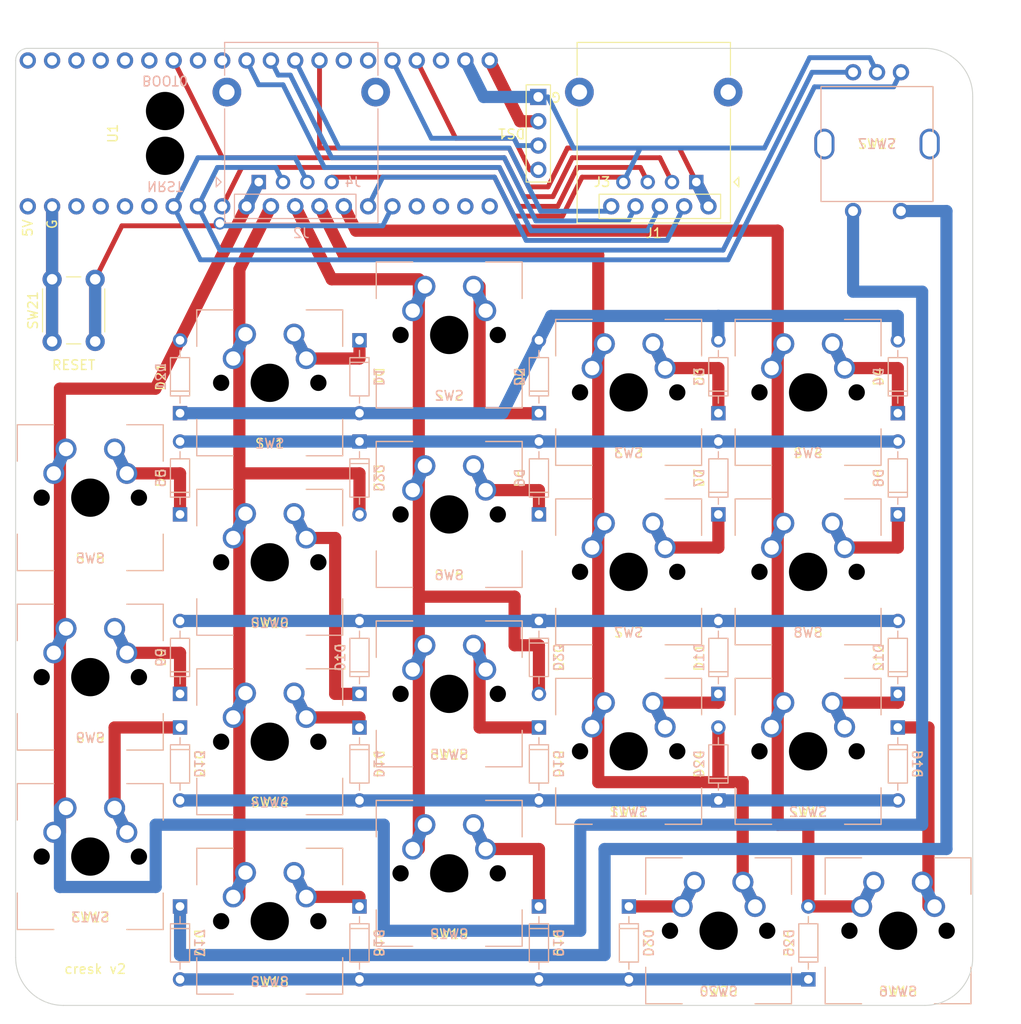
<source format=kicad_pcb>
(kicad_pcb (version 20211014) (generator pcbnew)
  (layers (0 "F.Cu" signal) (31 "B.Cu" signal) (34 "B.Paste" user) (35 "F.Paste" user) (36 "B.SilkS" user "B.Silkscreen") (37 "F.SilkS" user "F.Silkscreen") (38 "B.Mask" user) (39 "F.Mask" user) (44 "Edge.Cuts" user))
  (net 0 "")
  (net 1 "row0")
  (net 2 "row1")
  (net 3 "row2")
  (net 4 "row3")
  (net 5 "col3")
  (net 6 "col2")
  (net 7 "col1")
  (net 8 "col0")
  (net 9 "row4")
  (net 10 "GND")
  (net 13 "Net-(D1-Pad1)")
  (net 14 "VCC")
  (net 15 "SCL")
  (net 16 "SDA")
  (net 25 "Net-(D2-Pad1)")
  (net 26 "Net-(D3-Pad1)")
  (net 27 "Net-(D4-Pad1)")
  (net 28 "Net-(D6-Pad1)")
  (net 29 "Net-(D7-Pad1)")
  (net 30 "Net-(D8-Pad1)")
  (net 31 "Net-(D9-Pad1)")
  (net 32 "Net-(D10-Pad1)")
  (net 33 "Net-(D11-Pad1)")
  (net 34 "Net-(D12-Pad1)")
  (net 35 "Net-(D13-Pad1)")
  (net 36 "Net-(D14-Pad1)")
  (net 37 "Net-(D15-Pad1)")
  (net 38 "Net-(D16-Pad1)")
  (net 39 "Net-(D18-Pad1)")
  (net 40 "Net-(D20-Pad1)")
  (net 41 "col4")
  (net 42 "col5")
  (net 43 "col6")
  (net 44 "col7")
  (net 45 "col8")
  (net 46 "col9")
  (net 48 "Net-(D5-Pad1)")
  (net 50 "p1")
  (net 51 "b2")
  (net 52 "a2")
  (net 53 "a1")
  (net 54 "b1")
  (net 57 "Net-(D19-Pad1)")
  (net 58 "Net-(SW21-Pad2)")
  (footprint "cresk:D_DO-35" (layer "F.Cu") (at 121.625 118.88 90)
    (fp_text reference "D24")
    (fp_text value "1N4148")
  )
  (footprint "cresk:SW_MX_1u_Reversible" (layer "F.Cu") (at 93.5 107.75)
    (fp_text reference "SW15")
    (fp_text value "SW_Push")
  )
  (footprint "cresk:D_DO-35" (layer "F.Cu") (at 102.875 129.96 -90)
    (fp_text reference "D19")
    (fp_text value "1N4148")
  )
  (footprint "cresk:D_DO-35" (layer "F.Cu") (at 121.625 78.425 90)
    (fp_text reference "D3")
    (fp_text value "1N4148")
  )
  (footprint "cresk:D_DO-35" (layer "F.Cu") (at 84.125 81.38 -90)
    (fp_text reference "D22")
    (fp_text value "1N4148")
  )
  (footprint "cresk:SW_MX_1u_Reversible" (layer "F.Cu") (at 74.75 131.5)
    (fp_text reference "SW18")
    (fp_text value "SW_Push")
  )
  (footprint "cresk:SW_MX_1u_Reversible" (layer "F.Cu") (at 140.4 132.5)
    (fp_text reference "SW16")
    (fp_text value "SW_Push")
  )
  (footprint "cresk:D_DO-35" (layer "F.Cu") (at 84.125 129.96 -90)
    (fp_text reference "D18")
    (fp_text value "1N4148")
  )
  (footprint "cresk:SW_MX_1u_Reversible" (layer "F.Cu") (at 131 95)
    (fp_text reference "SW8")
    (fp_text value "SW_Push")
  )
  (footprint "cresk:WeAct_BlackPill_Flipped" (layer "F.Cu") (at 49.47 56.81 90)
    (fp_text reference "U1")
    (fp_text value "WeAct_BlackPill")
  )
  (footprint "cresk:D_DO-35" (layer "F.Cu") (at 65.375 111.26 -90)
    (fp_text reference "D13")
    (fp_text value "1N4148")
  )
  (footprint "cresk:D_DO-35" (layer "F.Cu") (at 84.125 70.805 -90)
    (fp_text reference "D1")
    (fp_text value "1N4148")
  )
  (footprint "cresk:SW_MX_1u_Reversible" (layer "F.Cu") (at 93.5 70.25)
    (fp_text reference "SW2")
    (fp_text value "SW_Push")
  )
  (footprint "cresk:SW_MX_1u_Reversible" (layer "F.Cu") (at 112.25 76.25)
    (fp_text reference "SW3")
    (fp_text value "SW_Push")
  )
  (footprint "cresk:EC11" (layer "F.Cu") (at 138.2 50.3 180)
    (fp_text reference "SW17")
    (fp_text value "EC11")
  )
  (footprint "cresk:SW_MX_1u_Reversible" (layer "F.Cu") (at 112.25 113.75)
    (fp_text reference "SW11")
    (fp_text value "SW_Push")
  )
  (footprint "cresk:D_DO-35" (layer "F.Cu") (at 65.375 129.96 -90)
    (fp_text reference "D17")
    (fp_text value "1N4148")
  )
  (footprint "cresk:SW_MX_1u_Reversible" (layer "F.Cu") (at 131 113.75)
    (fp_text reference "SW12")
    (fp_text value "SW_Push")
  )
  (footprint "cresk:D_DO-35" (layer "F.Cu") (at 65.375 89 90)
    (fp_text reference "D5")
    (fp_text value "1N4148")
  )
  (footprint "cresk:D_DO-35" (layer "F.Cu") (at 121.625 107.75 90)
    (fp_text reference "D11")
    (fp_text value "1N4148")
  )
  (footprint "cresk:D_DO-35" (layer "F.Cu") (at 102.875 89 90)
    (fp_text reference "D6")
    (fp_text value "1N4148")
  )
  (footprint "cresk:D_DO-35" (layer "F.Cu") (at 102.875 111.26 -90)
    (fp_text reference "D15")
    (fp_text value "1N4148")
  )
  (footprint "cresk:D_DO-35" (layer "F.Cu") (at 140.375 111.26 -90)
    (fp_text reference "D16")
    (fp_text value "1N4148")
  )
  (footprint "cresk:SSD1306_I2C" (layer "F.Cu") (at 102.81 45.38 180)
    (fp_text reference "DS1")
    (fp_text value "SSD1306_I2C")
  )
  (footprint "cresk:SW_MX_1u_Reversible" (layer "F.Cu") (at 56 124.75)
    (fp_text reference "SW13")
    (fp_text value "SW_Push")
  )
  (footprint "cresk:J-01x05" (layer "F.Cu") (at 120.59 56.81 180)
    (fp_text reference "J3")
    (fp_text value "Conn_01x05_Male")
  )
  (footprint "cresk:D_DO-35" (layer "F.Cu") (at 84.125 111.26 -90)
    (fp_text reference "D14")
    (fp_text value "1N4148")
  )
  (footprint "cresk:D_DO-35" (layer "F.Cu") (at 140.375 78.425 90)
    (fp_text reference "D4")
    (fp_text value "1N4148")
  )
  (footprint "cresk:D_DO-35" (layer "F.Cu") (at 65.375 107.75 90)
    (fp_text reference "D9")
    (fp_text value "1N4148")
  )
  (footprint "cresk:SW_MX_1u_Reversible" (layer "F.Cu") (at 56 106)
    (fp_text reference "SW9")
    (fp_text value "SW_Push")
  )
  (footprint "cresk:SW_MX_1u_Reversible" (layer "F.Cu") (at 93.5 126.5)
    (fp_text reference "SW19")
    (fp_text value "SW_Push")
  )
  (footprint "cresk:SW_MX_1u_Reversible" (layer "F.Cu") (at 74.75 94)
    (fp_text reference "SW10")
    (fp_text value "SW_Push")
  )
  (footprint "cresk:D_DO-35" (layer "F.Cu") (at 140.375 89 90)
    (fp_text reference "D8")
    (fp_text value "1N4148")
  )
  (footprint "Connector_RJ:RJ45_Ninigi_GE" (layer "F.Cu") (at 119.32 54.27 180)
    (fp_text reference "J1")
    (fp_text value "8P8C")
  )
  (footprint "cresk:D_DO-35" (layer "F.Cu") (at 131.025 137.58 90)
    (fp_text reference "D25")
    (fp_text value "1N4148")
  )
  (footprint "cresk:D_DO-35" (layer "F.Cu") (at 112.275 129.96 -90)
    (fp_text reference "D20")
    (fp_text value "1N4148")
  )
  (footprint "cresk:SW_MX_1u_Reversible" (layer "F.Cu") (at 112.25 95)
    (fp_text reference "SW7")
    (fp_text value "SW_Push")
  )
  (footprint "cresk:D_DO-35" (layer "F.Cu") (at 102.875 100.13 -90)
    (fp_text reference "D23")
    (fp_text value "1N4148")
  )
  (footprint "cresk:D_DO-35" (layer "F.Cu") (at 84.125 107.75 90)
    (fp_text reference "D10")
    (fp_text value "1N4148")
  )
  (footprint "cresk:D_DO-35" (layer "F.Cu") (at 121.625 89 90)
    (fp_text reference "D7")
    (fp_text value "1N4148")
  )
  (footprint "cresk:D_DO-35" (layer "F.Cu") (at 65.375 78.425 90)
    (fp_text reference "D21")
    (fp_text value "1N4148")
  )
  (footprint "cresk:SW_MX_1u_Reversible" (layer "F.Cu") (at 93.5 89)
    (fp_text reference "SW6")
    (fp_text value "SW_Push")
  )
  (footprint "cresk:SW_MX_1u_Reversible" (layer "F.Cu") (at 74.75 75.25)
    (fp_text reference "SW1")
    (fp_text value "SW_Push")
  )
  (footprint "cresk:SW_MX_1u_Reversible" (layer "F.Cu") (at 131 76.25)
    (fp_text reference "SW4")
    (fp_text value "SW_Push")
  )
  (footprint "cresk:SW_MX_1u_Reversible" (layer "F.Cu") (at 56 87.25)
    (fp_text reference "SW5")
    (fp_text value "SW_Push")
  )
  (footprint "Button_Switch_THT:SW_PUSH_6mm" (layer "F.Cu") (at 52.01 70.93 90)
    (fp_text reference "SW21")
    (fp_text value "SW_Push")
  )
  (footprint "cresk:SW_MX_1u_Reversible" (layer "F.Cu") (at 121.65 132.5)
    (fp_text reference "SW20")
    (fp_text value "SW_Push")
  )
  (footprint "cresk:D_DO-35" (layer "F.Cu") (at 102.875 78.425 90)
    (fp_text reference "D2")
    (fp_text value "1N4148")
  )
  (footprint "cresk:SW_MX_1u_Reversible" (layer "F.Cu") (at 74.75 112.75)
    (fp_text reference "SW14")
    (fp_text value "SW_Push")
  )
  (footprint "cresk:D_DO-35" (layer "F.Cu") (at 140.375 107.75 90)
    (fp_text reference "D12")
    (fp_text value "1N4148")
  )
  (footprint "Connector_RJ:RJ45_Ninigi_GE" (layer "B.Cu") (at 73.6 54.27)
    (fp_text reference "J2")
    (fp_text value "8P8C")
  )
  (footprint "cresk:J-01x05" (layer "B.Cu") (at 72.33 56.81)
    (fp_text reference "J4")
    (fp_text value "Conn_01x05_Male")
  )
  (gr_line (start 48.2 135.3) (end 48.2 41.57) (layer "Edge.Cuts") (width 0.1))
  (gr_arc (start 143.2 40.3) (mid 146.735534 41.764466) (end 148.2 45.3) (layer "Edge.Cuts") (width 0.1))
  (gr_line (start 49.47 40.3) (end 143.2 40.3) (layer "Edge.Cuts") (width 0.1))
  (gr_arc (start 148.2 135.3) (mid 146.735534 138.835534) (end 143.2 140.3) (layer "Edge.Cuts") (width 0.1))
  (gr_arc (start 48.2 41.57) (mid 48.571974 40.671974) (end 49.47 40.3) (layer "Edge.Cuts") (width 0.1))
  (gr_arc (start 53.2 140.3) (mid 49.664466 138.835534) (end 48.2 135.3) (layer "Edge.Cuts") (width 0.1))
  (gr_line (start 148.2 45.3) (end 148.2 135.3) (layer "Edge.Cuts") (width 0.1))
  (gr_line (start 143.2 140.3) (end 53.2 140.3) (layer "Edge.Cuts") (width 0.1))
  (gr_text "RESET" (at 54.26 73.395) (layer "F.SilkS") (effects (font (size 1 1))))
  (gr_text "cresk v2\n " (at 53.2 137.3) (layer "F.SilkS") (effects (font (size 1 1)) (justify left)))
  (segment (start 140.375 70.805) (end 140.375 68.265) (width 1.27) (layer "B.Cu") (net 1))
  (segment (start 121.625 68.265) (end 140.375 68.265) (width 1.27) (layer "B.Cu") (net 1))
  (segment (start 104.145 68.265) (end 121.625 68.265) (width 1.27) (layer "B.Cu") (net 1))
  (segment (start 99.065 78.425) (end 84.125 78.425) (width 1.27) (layer "B.Cu") (net 1))
  (segment (start 65.375 78.425) (end 84.125 78.425) (width 1.27) (layer "B.Cu") (net 1))
  (segment (start 99.065 78.425) (end 104.145 68.265) (width 1.27) (layer "B.Cu") (net 1))
  (segment (start 121.625 70.805) (end 121.625 68.265) (width 1.27) (layer "B.Cu") (net 1))
  (segment (start 65.375 81.38) (end 140.375 81.38) (width 1.27) (layer "B.Cu") (net 2))
  (segment (start 65.375 100.13) (end 140.375 100.13) (width 1.27) (layer "B.Cu") (net 3))
  (segment (start 140.375 118.88) (end 65.375 118.88) (width 1.27) (layer "B.Cu") (net 4))
  (segment (start 79.95 56.81) (end 82.49 61.89) (width 1.27) (layer "F.Cu") (net 5))
  (segment (start 124.165 116.975) (end 124.165 127.42) (width 1.27) (layer "F.Cu") (net 5))
  (segment (start 121.625 116.975) (end 121.625 111.26) (width 1.27) (layer "F.Cu") (net 5))
  (segment (start 121.625 116.975) (end 124.165 116.975) (width 1.27) (layer "F.Cu") (net 5))
  (segment (start 109.075 61.89) (end 109.075 116.975) (width 1.27) (layer "F.Cu") (net 5))
  (segment (start 124.19 127.42) (end 125.46 129.96) (width 1.27) (layer "F.Cu") (net 5))
  (segment (start 82.49 61.89) (end 109.075 61.89) (width 1.27) (layer "F.Cu") (net 5))
  (segment (start 109.075 116.975) (end 121.625 116.975) (width 1.27) (layer "F.Cu") (net 5))
  (segment (start 108.44 92.46) (end 109.71 89.92) (width 1.27) (layer "B.Cu") (net 5))
  (segment (start 108.44 73.71) (end 109.71 71.17) (width 1.27) (layer "B.Cu") (net 5))
  (segment (start 108.44 111.21) (end 109.71 108.67) (width 1.27) (layer "B.Cu") (net 5))
  (segment (start 124.19 127.42) (end 125.46 129.96) (width 1.27) (layer "B.Cu") (net 5))
  (segment (start 102.875 102.67) (end 100.335 102.67) (width 1.27) (layer "F.Cu") (net 6))
  (segment (start 81.22 64.43) (end 77.41 56.81) (width 1.27) (layer "F.Cu") (net 6))
  (segment (start 100.335 102.67) (end 100.335 97.59) (width 1.27) (layer "F.Cu") (net 6))
  (segment (start 100.335 97.59) (end 90.325 97.59) (width 1.27) (layer "F.Cu") (net 6))
  (segment (start 102.875 107.75) (end 102.875 102.67) (width 1.27) (layer "F.Cu") (net 6))
  (segment (start 90.325 123.96) (end 90.325 64.43) (width 1.27) (layer "F.Cu") (net 6))
  (segment (start 90.325 64.43) (end 81.22 64.43) (width 1.27) (layer "F.Cu") (net 6))
  (segment (start 89.69 67.71) (end 90.96 65.17) (width 1.27) (layer "B.Cu") (net 6))
  (segment (start 89.69 105.21) (end 90.96 102.67) (width 1.27) (layer "B.Cu") (net 6))
  (segment (start 89.69 86.46) (end 90.96 83.92) (width 1.27) (layer "B.Cu") (net 6))
  (segment (start 90.96 121.42) (end 89.69 123.96) (width 1.27) (layer "B.Cu") (net 6))
  (segment (start 71.575 63.4) (end 74.87 56.81) (width 1.27) (layer "F.Cu") (net 7))
  (segment (start 71.575 128.96) (end 71.575 63.4) (width 1.27) (layer "F.Cu") (net 7))
  (segment (start 84.125 84.71) (end 71.575 84.71) (width 1.27) (layer "F.Cu") (net 7))
  (segment (start 84.125 89) (end 84.125 84.71) (width 1.27) (layer "F.Cu") (net 7))
  (segment (start 70.94 72.71) (end 72.21 70.17) (width 1.27) (layer "B.Cu") (net 7))
  (segment (start 70.94 91.46) (end 72.21 88.92) (width 1.27) (layer "B.Cu") (net 7))
  (segment (start 72.21 126.42) (end 70.94 128.96) (width 1.27) (layer "B.Cu") (net 7))
  (segment (start 70.94 110.21) (end 72.21 107.67) (width 1.27) (layer "B.Cu") (net 7))
  (segment (start 52.825 75.86) (end 62.805 75.86) (width 1.27) (layer "F.Cu") (net 8))
  (segment (start 52.825 122.21) (end 52.825 75.86) (width 1.27) (layer "F.Cu") (net 8))
  (segment (start 62.805 75.86) (end 73.6 54.27) (width 1.27) (layer "F.Cu") (net 8))
  (segment (start 135.7 65.725) (end 142.915 65.725) (width 1.27) (layer "B.Cu") (net 8))
  (segment (start 107.195 121.42) (end 107.195 132.5) (width 1.27) (layer "B.Cu") (net 8))
  (segment (start 107.195 132.5) (end 86.665 132.5) (width 1.27) (layer "B.Cu") (net 8))
  (segment (start 86.665 132.5) (end 86.665 121.42) (width 1.27) (layer "B.Cu") (net 8))
  (segment (start 62.835 127.925) (end 52.825 127.925) (width 1.27) (layer "B.Cu") (net 8))
  (segment (start 52.19 84.71) (end 53.46 82.17) (width 1.27) (layer "B.Cu") (net 8))
  (segment (start 86.665 121.42) (end 62.835 121.42) (width 1.27) (layer "B.Cu") (net 8))
  (segment (start 52.19 103.46) (end 53.46 100.92) (width 1.27) (layer "B.Cu") (net 8))
  (segment (start 142.915 65.725) (end 142.915 121.42) (width 1.27) (layer "B.Cu") (net 8))
  (segment (start 73.6 54.27) (end 72.33 56.81) (width 1.27) (layer "B.Cu") (net 8))
  (segment (start 52.825 127.925) (end 52.825 119.67) (width 1.27) (layer "B.Cu") (net 8))
  (segment (start 142.915 121.42) (end 107.195 121.42) (width 1.27) (layer "B.Cu") (net 8))
  (segment (start 62.835 121.42) (end 62.835 127.925) (width 1.27) (layer "B.Cu") (net 8))
  (segment (start 135.7 57.3) (end 135.7 65.725) (width 1.27) (layer "B.Cu") (net 8))
  (segment (start 131.025 137.58) (end 65.375 137.58) (width 1.27) (layer "B.Cu") (net 9))
  (segment (start 52.01 64.43) (end 52.01 70.93) (width 1.27) (layer "F.Cu") (net 10))
  (segment (start 52.01 64.43) (end 52.01 56.81) (width 1.27) (layer "F.Cu") (net 10))
  (segment (start 107.382 53.762) (end 105.35 57.826) (width 0.508) (layer "F.Cu") (net 10))
  (segment (start 98.238 53.762) (end 81.22 53.762) (width 0.508) (layer "F.Cu") (net 10))
  (segment (start 111.7 53.762) (end 107.382 53.762) (width 0.508) (layer "F.Cu") (net 10))
  (segment (start 100.27 57.826) (end 98.238 53.762) (width 0.508) (layer "F.Cu") (net 10))
  (segment (start 105.35 57.826) (end 100.27 57.826) (width 0.508) (layer "F.Cu") (net 10))
  (segment (start 52.01 64.43) (end 52.01 70.93) (width 1.27) (layer "B.Cu") (net 10))
  (segment (start 106.493 50.714) (end 113.478 50.714) (width 0.508) (layer "B.Cu") (net 10))
  (segment (start 131.16 41.276) (end 126.441 50.714) (width 0.508) (layer "B.Cu") (net 10))
  (segment (start 103.826 45.38) (end 102.81 45.38) (width 0.508) (layer "B.Cu") (net 10))
  (segment (start 138.2 42.8) (end 137.438 41.276) (width 0.508) (layer "B.Cu") (net 10))
  (segment (start 97.095 45.38) (end 102.81 45.38) (width 1.27) (layer "B.Cu") (net 10))
  (segment (start 113.478 50.714) (end 111.7 54.27) (width 0.508) (layer "B.Cu") (net 10))
  (segment (start 126.441 50.714) (end 113.478 50.714) (width 0.508) (layer "B.Cu") (net 10))
  (segment (start 52.01 64.43) (end 52.01 56.81) (width 1.27) (layer "B.Cu") (net 10))
  (segment (start 103.826 45.38) (end 106.493 50.714) (width 0.508) (layer "B.Cu") (net 10))
  (segment (start 95.19 41.57) (end 97.095 45.38) (width 1.27) (layer "B.Cu") (net 10))
  (segment (start 137.438 41.276) (end 131.16 41.276) (width 0.508) (layer "B.Cu") (net 10))
  (segment (start 84.125 70.805) (end 84.125 72.71) (width 1.27) (layer "F.Cu") (net 13))
  (segment (start 78.56 72.71) (end 77.29 70.17) (width 1.27) (layer "F.Cu") (net 13))
  (segment (start 78.56 72.71) (end 84.125 72.71) (width 1.27) (layer "F.Cu") (net 13))
  (segment (start 78.56 72.71) (end 77.29 70.17) (width 1.27) (layer "B.Cu") (net 13))
  (segment (start 97.73 41.57) (end 100.905 47.92) (width 1.27) (layer "F.Cu") (net 14))
  (segment (start 100.905 47.92) (end 102.81 47.92) (width 1.27) (layer "F.Cu") (net 14))
  (segment (start 91.634 49.698) (end 100.27 49.698) (width 0.508) (layer "B.Cu") (net 15))
  (segment (start 87.57 41.57) (end 91.634 49.698) (width 0.508) (layer "B.Cu") (net 15))
  (segment (start 100.651 50.46) (end 102.81 50.46) (width 0.508) (layer "B.Cu") (net 15))
  (segment (start 100.27 49.698) (end 100.651 50.46) (width 0.508) (layer "B.Cu") (net 15))
  (segment (start 94.174 49.698) (end 100.27 49.698) (width 0.508) (layer "F.Cu") (net 16))
  (segment (start 90.11 41.57) (end 94.174 49.698) (width 0.508) (layer "F.Cu") (net 16))
  (segment (start 101.921 53) (end 102.81 53) (width 0.508) (layer "F.Cu") (net 16))
  (segment (start 100.27 49.698) (end 101.921 53) (width 0.508) (layer "F.Cu") (net 16))
  (segment (start 102.875 78.425) (end 96.675 78.425) (width 1.27) (layer "F.Cu") (net 25))
  (segment (start 96.675 78.425) (end 96.675 65.17) (width 1.27) (layer "F.Cu") (net 25))
  (segment (start 97.31 67.71) (end 96.04 65.17) (width 1.27) (layer "B.Cu") (net 25))
  (segment (start 116.06 73.71) (end 121.625 73.71) (width 1.27) (layer "F.Cu") (net 26))
  (segment (start 121.625 78.425) (end 121.625 73.71) (width 1.27) (layer "F.Cu") (net 26))
  (segment (start 114.79 71.17) (end 116.06 73.71) (width 1.27) (layer "F.Cu") (net 26))
  (segment (start 114.79 71.17) (end 116.06 73.71) (width 1.27) (layer "B.Cu") (net 26))
  (segment (start 133.54 71.17) (end 134.81 73.71) (width 1.27) (layer "F.Cu") (net 27))
  (segment (start 140.375 78.425) (end 140.375 73.71) (width 1.27) (layer "F.Cu") (net 27))
  (segment (start 134.81 73.71) (end 140.375 73.71) (width 1.27) (layer "F.Cu") (net 27))
  (segment (start 133.54 71.17) (end 134.81 73.71) (width 1.27) (layer "B.Cu") (net 27))
  (segment (start 102.875 86.46) (end 97.31 86.46) (width 1.27) (layer "F.Cu") (net 28))
  (segment (start 102.875 89) (end 102.875 86.46) (width 1.27) (layer "F.Cu") (net 28))
  (segment (start 96.04 83.92) (end 97.31 86.46) (width 1.27) (layer "F.Cu") (net 28))
  (segment (start 97.31 86.46) (end 96.04 83.92) (width 1.27) (layer "B.Cu") (net 28))
  (segment (start 121.625 89) (end 121.625 92.46) (width 1.27) (layer "F.Cu") (net 29))
  (segment (start 114.79 89.92) (end 116.06 92.46) (width 1.27) (layer "F.Cu") (net 29))
  (segment (start 116.06 92.46) (end 121.625 92.46) (width 1.27) (layer "F.Cu") (net 29))
  (segment (start 114.79 89.92) (end 116.06 92.46) (width 1.27) (layer "B.Cu") (net 29))
  (segment (start 140.375 92.46) (end 134.81 92.46) (width 1.27) (layer "F.Cu") (net 30))
  (segment (start 140.375 89) (end 140.375 92.46) (width 1.27) (layer "F.Cu") (net 30))
  (segment (start 133.54 89.92) (end 134.81 92.46) (width 1.27) (layer "F.Cu") (net 30))
  (segment (start 133.54 89.92) (end 134.81 92.46) (width 1.27) (layer "B.Cu") (net 30))
  (segment (start 65.375 103.46) (end 59.81 103.46) (width 1.27) (layer "F.Cu") (net 31))
  (segment (start 58.54 100.92) (end 59.81 103.46) (width 1.27) (layer "F.Cu") (net 31))
  (segment (start 65.375 107.75) (end 65.375 103.46) (width 1.27) (layer "F.Cu") (net 31))
  (segment (start 58.54 100.92) (end 59.81 103.46) (width 1.27) (layer "B.Cu") (net 31))
  (segment (start 81.585 107.75) (end 81.585 91.46) (width 1.27) (layer "F.Cu") (net 32))
  (segment (start 78.56 91.46) (end 77.29 88.92) (width 1.27) (layer "F.Cu") (net 32))
  (segment (start 84.125 107.75) (end 81.585 107.75) (width 1.27) (layer "F.Cu") (net 32))
  (segment (start 78.56 91.46) (end 81.585 91.46) (width 1.27) (layer "F.Cu") (net 32))
  (segment (start 78.56 91.46) (end 77.29 88.92) (width 1.27) (layer "B.Cu") (net 32))
  (segment (start 114.79 108.67) (end 121.625 108.67) (width 1.27) (layer "F.Cu") (net 33))
  (segment (start 114.79 108.67) (end 116.06 111.21) (width 1.27) (layer "F.Cu") (net 33))
  (segment (start 121.625 107.75) (end 121.625 108.67) (width 1.27) (layer "F.Cu") (net 33))
  (segment (start 114.79 108.67) (end 116.06 111.21) (width 1.27) (layer "B.Cu") (net 33))
  (segment (start 133.54 108.67) (end 134.81 111.21) (width 1.27) (layer "F.Cu") (net 34))
  (segment (start 140.375 107.75) (end 140.375 108.67) (width 1.27) (layer "F.Cu") (net 34))
  (segment (start 140.375 108.67) (end 133.54 108.67) (width 1.27) (layer "F.Cu") (net 34))
  (segment (start 133.54 108.67) (end 134.81 111.21) (width 1.27) (layer "B.Cu") (net 34))
  (segment (start 65.375 111.26) (end 58.54 111.26) (width 1.27) (layer "F.Cu") (net 35))
  (segment (start 58.54 119.67) (end 58.54 111.26) (width 1.27) (layer "F.Cu") (net 35))
  (segment (start 58.54 119.67) (end 59.81 122.21) (width 1.27) (layer "F.Cu") (net 35))
  (segment (start 58.54 119.67) (end 59.81 122.21) (width 1.27) (layer "B.Cu") (net 35))
  (segment (start 78.56 110.21) (end 77.29 107.67) (width 1.27) (layer "F.Cu") (net 36))
  (segment (start 78.56 110.21) (end 84.125 110.21) (width 1.27) (layer "F.Cu") (net 36))
  (segment (start 84.125 111.26) (end 84.125 110.21) (width 1.27) (layer "F.Cu") (net 36))
  (segment (start 78.56 110.21) (end 77.29 107.67) (width 1.27) (layer "B.Cu") (net 36))
  (segment (start 96.675 111.26) (end 96.675 102.67) (width 1.27) (layer "F.Cu") (net 37))
  (segment (start 102.875 111.26) (end 96.675 111.26) (width 1.27) (layer "F.Cu") (net 37))
  (segment (start 97.31 105.21) (end 96.04 102.67) (width 1.27) (layer "B.Cu") (net 37))
  (segment (start 143.575 111.26) (end 140.375 111.26) (width 1.27) (layer "F.Cu") (net 38))
  (segment (start 143.575 111.26) (end 143.575 129.96) (width 1.27) (layer "F.Cu") (net 38))
  (segment (start 142.94 127.42) (end 144.21 129.96) (width 1.27) (layer "B.Cu") (net 38))
  (segment (start 84.125 129.96) (end 84.125 128.96) (width 1.27) (layer "F.Cu") (net 39))
  (segment (start 84.125 128.96) (end 78.56 128.96) (width 1.27) (layer "F.Cu") (net 39))
  (segment (start 78.56 128.96) (end 77.29 126.42) (width 1.27) (layer "F.Cu") (net 39))
  (segment (start 77.29 126.42) (end 78.56 128.96) (width 1.27) (layer "B.Cu") (net 39))
  (segment (start 112.275 129.96) (end 117.84 129.96) (width 1.27) (layer "F.Cu") (net 40))
  (segment (start 119.11 127.42) (end 117.84 129.96) (width 1.27) (layer "F.Cu") (net 40))
  (segment (start 119.11 127.42) (end 117.84 129.96) (width 1.27) (layer "B.Cu") (net 40))
  (segment (start 131.025 121.42) (end 131.025 129.96) (width 1.27) (layer "F.Cu") (net 41))
  (segment (start 127.825 59.35) (end 127.825 121.42) (width 1.27) (layer "F.Cu") (net 41))
  (segment (start 137.86 127.42) (end 136.59 129.96) (width 1.27) (layer "F.Cu") (net 41))
  (segment (start 82.49 56.81) (end 83.76 59.35) (width 1.27) (layer "F.Cu") (net 41))
  (segment (start 136.59 129.96) (end 131.025 129.96) (width 1.27) (layer "F.Cu") (net 41))
  (segment (start 83.76 59.35) (end 127.825 59.35) (width 1.27) (layer "F.Cu") (net 41))
  (segment (start 131.025 121.42) (end 127.825 121.42) (width 1.27) (layer "F.Cu") (net 41))
  (segment (start 128.46 71.17) (end 127.19 73.71) (width 1.27) (layer "B.Cu") (net 41))
  (segment (start 128.46 89.92) (end 127.19 92.46) (width 1.27) (layer "B.Cu") (net 41))
  (segment (start 128.46 108.67) (end 127.19 111.21) (width 1.27) (layer "B.Cu") (net 41))
  (segment (start 137.86 127.42) (end 136.59 129.96) (width 1.27) (layer "B.Cu") (net 41))
  (segment (start 99.762 50.714) (end 81.982 50.714) (width 0.508) (layer "B.Cu") (net 42))
  (segment (start 110.43 57.318) (end 103.064 57.318) (width 0.508) (layer "B.Cu") (net 42))
  (segment (start 103.064 57.318) (end 99.762 50.714) (width 0.508) (layer "B.Cu") (net 42))
  (segment (start 81.982 50.714) (end 77.41 41.57) (width 0.508) (layer "B.Cu") (net 42))
  (segment (start 102.556 58.334) (end 112.208 58.334) (width 0.508) (layer "B.Cu") (net 43))
  (segment (start 74.87 41.57) (end 75.632 43.094) (width 0.508) (layer "B.Cu") (net 43))
  (segment (start 76.902 43.094) (end 81.22 51.73) (width 0.508) (layer "B.Cu") (net 43))
  (segment (start 99.254 51.73) (end 102.556 58.334) (width 0.508) (layer "B.Cu") (net 43))
  (segment (start 81.22 51.73) (end 99.254 51.73) (width 0.508) (layer "B.Cu") (net 43))
  (segment (start 75.632 43.094) (end 76.902 43.094) (width 0.508) (layer "B.Cu") (net 43))
  (segment (start 112.208 58.334) (end 112.97 56.81) (width 0.508) (layer "B.Cu") (net 43))
  (segment (start 114.24 59.35) (end 115.51 56.81) (width 0.508) (layer "B.Cu") (net 44))
  (segment (start 72.33 41.57) (end 73.6 44.11) (width 0.508) (layer "B.Cu") (net 44))
  (segment (start 80.458 52.746) (end 98.746 52.746) (width 0.508) (layer "B.Cu") (net 44))
  (segment (start 73.6 44.11) (end 76.14 44.11) (width 0.508) (layer "B.Cu") (net 44))
  (segment (start 76.14 44.11) (end 80.458 52.746) (width 0.508) (layer "B.Cu") (net 44))
  (segment (start 102.048 59.35) (end 114.24 59.35) (width 0.508) (layer "B.Cu") (net 44))
  (segment (start 98.746 52.746) (end 102.048 59.35) (width 0.508) (layer "B.Cu") (net 44))
  (segment (start 86.554 53.762) (end 98.238 53.762) (width 0.508) (layer "B.Cu") (net 45))
  (segment (start 101.54 60.366) (end 116.272 60.366) (width 0.508) (layer "B.Cu") (net 45))
  (segment (start 98.238 53.762) (end 101.54 60.366) (width 0.508) (layer "B.Cu") (net 45))
  (segment (start 85.03 56.81) (end 86.554 53.762) (width 0.508) (layer "B.Cu") (net 45))
  (segment (start 116.272 60.366) (end 118.05 56.81) (width 0.508) (layer "B.Cu") (net 45))
  (segment (start 101.794 54.778) (end 99.762 50.714) (width 0.508) (layer "F.Cu") (net 46))
  (segment (start 99.762 50.714) (end 79.95 50.714) (width 0.508) (layer "F.Cu") (net 46))
  (segment (start 79.95 50.714) (end 79.95 41.57) (width 0.508) (layer "F.Cu") (net 46))
  (segment (start 120.59 56.81) (end 119.32 54.27) (width 1.27) (layer "F.Cu") (net 46))
  (segment (start 117.542 50.714) (end 119.32 54.27) (width 0.508) (layer "F.Cu") (net 46))
  (segment (start 103.826 54.778) (end 101.794 54.778) (width 0.508) (layer "F.Cu") (net 46))
  (segment (start 105.858 50.714) (end 117.542 50.714) (width 0.508) (layer "F.Cu") (net 46))
  (segment (start 103.826 54.778) (end 105.858 50.714) (width 0.508) (layer "F.Cu") (net 46))
  (segment (start 120.59 56.81) (end 119.32 54.27) (width 1.27) (layer "B.Cu") (net 46))
  (segment (start 58.54 82.17) (end 59.81 84.71) (width 1.27) (layer "F.Cu") (net 48))
  (segment (start 59.81 84.71) (end 65.375 84.71) (width 1.27) (layer "F.Cu") (net 48))
  (segment (start 65.375 89) (end 65.375 84.71) (width 1.27) (layer "F.Cu") (net 48))
  (segment (start 58.54 82.17) (end 59.81 84.71) (width 1.27) (layer "B.Cu") (net 48))
  (segment (start 145.455 123.96) (end 109.735 123.96) (width 1.27) (layer "B.Cu") (net 50))
  (segment (start 109.735 123.96) (end 109.735 135.04) (width 1.27) (layer "B.Cu") (net 50))
  (segment (start 140.7 57.3) (end 145.455 57.3) (width 1.27) (layer "B.Cu") (net 50))
  (segment (start 65.375 129.96) (end 65.375 135.04) (width 1.27) (layer "B.Cu") (net 50))
  (segment (start 65.375 135.04) (end 109.735 135.04) (width 1.27) (layer "B.Cu") (net 50))
  (segment (start 145.455 57.3) (end 145.455 123.96) (width 1.27) (layer "B.Cu") (net 50))
  (segment (start 116.78 54.27) (end 115.51 51.73) (width 0.508) (layer "F.Cu") (net 51))
  (segment (start 104.334 55.794) (end 101.286 55.794) (width 0.508) (layer "F.Cu") (net 51))
  (segment (start 99.254 51.73) (end 69.79 51.73) (width 0.508) (layer "F.Cu") (net 51))
  (segment (start 106.366 51.73) (end 104.334 55.794) (width 0.508) (layer "F.Cu") (net 51))
  (segment (start 101.286 55.794) (end 99.254 51.73) (width 0.508) (layer "F.Cu") (net 51))
  (segment (start 115.51 51.73) (end 106.366 51.73) (width 0.508) (layer "F.Cu") (net 51))
  (segment (start 69.79 51.73) (end 64.71 41.57) (width 0.508) (layer "F.Cu") (net 51))
  (segment (start 100.778 56.81) (end 98.746 52.746) (width 0.508) (layer "F.Cu") (net 52))
  (segment (start 98.746 52.746) (end 71.822 52.746) (width 0.508) (layer "F.Cu") (net 52))
  (segment (start 106.874 52.746) (end 113.478 52.746) (width 0.508) (layer "F.Cu") (net 52))
  (segment (start 113.478 52.746) (end 114.24 54.27) (width 0.508) (layer "F.Cu") (net 52))
  (segment (start 104.842 56.81) (end 106.874 52.746) (width 0.508) (layer "F.Cu") (net 52))
  (segment (start 71.822 52.746) (end 69.79 56.81) (width 0.508) (layer "F.Cu") (net 52))
  (segment (start 104.842 56.81) (end 100.778 56.81) (width 0.508) (layer "F.Cu") (net 52))
  (segment (start 64.71 56.81) (end 67.25 51.73) (width 0.508) (layer "B.Cu") (net 53))
  (segment (start 122.631 62.398) (end 67.504 62.398) (width 0.508) (layer "B.Cu") (net 53))
  (segment (start 139.938 44.324) (end 131.668 44.324) (width 0.508) (layer "B.Cu") (net 53))
  (segment (start 140.7 42.8) (end 139.938 44.324) (width 0.508) (layer "B.Cu") (net 53))
  (segment (start 67.504 62.398) (end 64.71 56.81) (width 0.508) (layer "B.Cu") (net 53))
  (segment (start 131.668 44.324) (end 122.631 62.398) (width 0.508) (layer "B.Cu") (net 53))
  (segment (start 77.41 51.73) (end 67.25 51.73) (width 0.508) (layer "B.Cu") (net 53))
  (segment (start 78.68 54.27) (end 77.41 51.73) (width 0.508) (layer "B.Cu") (net 53))
  (segment (start 67.25 56.81) (end 69.282 52.746) (width 0.508) (layer "B.Cu") (net 54))
  (segment (start 69.282 52.746) (end 75.378 52.746) (width 0.508) (layer "B.Cu") (net 54))
  (segment (start 122.123 61.382) (end 69.536 61.382) (width 0.508) (layer "B.Cu") (net 54))
  (segment (start 75.378 52.746) (end 76.14 54.27) (width 0.508) (layer "B.Cu") (net 54))
  (segment (start 135.7 42.8) (end 131.414 42.8) (width 0.508) (layer "B.Cu") (net 54))
  (segment (start 69.536 61.382) (end 67.25 56.81) (width 0.508) (layer "B.Cu") (net 54))
  (segment (start 131.414 42.8) (end 122.123 61.382) (width 0.508) (layer "B.Cu") (net 54))
  (segment (start 97.31 123.96) (end 102.875 123.96) (width 1.27) (layer "F.Cu") (net 57))
  (segment (start 102.875 129.96) (end 102.875 123.96) (width 1.27) (layer "F.Cu") (net 57))
  (segment (start 96.04 121.42) (end 97.31 123.96) (width 1.27) (layer "F.Cu") (net 57))
  (segment (start 96.04 121.42) (end 97.31 123.96) (width 1.27) (layer "B.Cu") (net 57))
  (segment (start 69.536 58.842) (end 59.304 58.842) (width 0.508) (layer "F.Cu") (net 58))
  (segment (start 59.304 58.842) (end 56.51 64.43) (width 0.508) (layer "F.Cu") (net 58))
  (segment (start 56.51 70.93) (end 56.51 64.43) (width 1.27) (layer "F.Cu") (net 58))
  (via (at 69.536 58.588) (size 1.3) (drill 0.9) (layers "F.Cu" "B.Cu") (net 58))
  (segment (start 87.57 56.81) (end 86.554 58.842) (width 0.508) (layer "B.Cu") (net 58))
  (segment (start 56.51 70.93) (end 56.51 64.43) (width 1.27) (layer "B.Cu") (net 58))
  (segment (start 86.554 58.842) (end 69.79 58.842) (width 0.508) (layer "B.Cu") (net 58))
)
</source>
